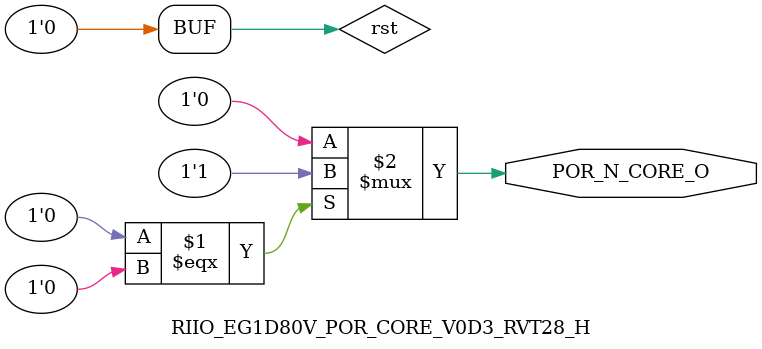
<source format=v>
`timescale 1ns/10ps
`celldefine
module RIIO_EG1D80V_POR_CORE_V0D3_RVT28_H(
	
		  POR_N_CORE_O
	
`ifdef USE_PG_PIN
		, VDDIO
		, VSSIO
		, VDD
		, VSS
		, VDD_POR
		, VSS_POR
`endif// USE_PG_PIN
);

	
	//outputs
output
`ifdef USE_AMS_EXTENSION
`ifdef INCA
    (* integer supplySensitivity = "VDD_POR";
	   integer groundSensitivity = "VSS_POR"; *)
`endif//INCA
`endif//USE_AMS_EXTENSION
  POR_N_CORE_O;



`ifdef USE_PG_PIN
	// supply
inout 
`ifdef USE_AMS_EXTENSION
`ifdef INCA
    (* integer inh_conn_prop_name = "vddio";
       integer inh_conn_def_value = "cds_globals.\\VDDIO! "; *)
`endif//INCA
`endif//USE_AMS_EXTENSION
  VDDIO;
inout 
`ifdef USE_AMS_EXTENSION
`ifdef INCA
    (* integer inh_conn_prop_name = "vssio";
       integer inh_conn_def_value = "cds_globals.\\VSSIO! "; *)
`endif//INCA
`endif//USE_AMS_EXTENSION
  VSSIO;
inout 
`ifdef USE_AMS_EXTENSION
`ifdef INCA
    (* integer inh_conn_prop_name = "vdd";
       integer inh_conn_def_value = "cds_globals.\\VDD! "; *)
`endif//INCA
`endif//USE_AMS_EXTENSION
  VDD;
inout 
`ifdef USE_AMS_EXTENSION
`ifdef INCA
    (* integer inh_conn_prop_name = "vss";
       integer inh_conn_def_value = "cds_globals.\\VSS! "; *)
`endif//INCA
`endif//USE_AMS_EXTENSION
  VSS;

inout 
`ifdef USE_AMS_EXTENSION
`ifdef INCA
    (* integer inh_conn_prop_name = "vdd_por";
       integer inh_conn_def_value = "cds_globals.\\VDD_POR! "; *)
`endif//INCA
`endif//USE_AMS_EXTENSION
  VDD_POR;
inout 
`ifdef USE_AMS_EXTENSION
`ifdef INCA
    (* integer inh_conn_prop_name = "vss_por";
       integer inh_conn_def_value = "cds_globals.\\VSS_POR! "; *)
`endif//INCA
`endif//USE_AMS_EXTENSION
  VSS_POR;
  
`endif// USE_PG_PIN


//////////////////////////////////////////////////////////
//MODEL
//////////////////////////////////////////////////////////

parameter DELAY = 20;

wire rst;
assign #(DELAY) rst = 1'b0;

assign POR_N_CORE_O = (rst===1'b0) ? 1'b1 : 1'b0;

endmodule
`endcelldefine

</source>
